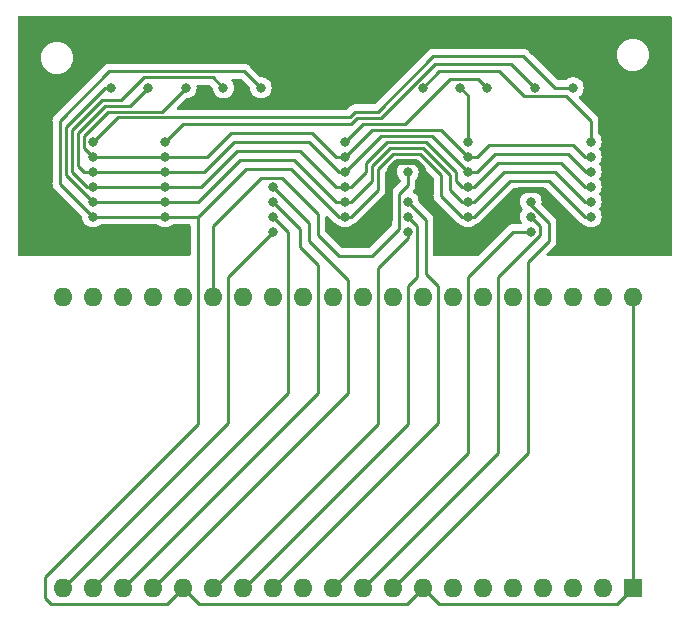
<source format=gbl>
%TF.GenerationSoftware,KiCad,Pcbnew,7.0.8*%
%TF.CreationDate,2023-11-11T14:20:26-08:00*%
%TF.ProjectId,LED Project,4c454420-5072-46f6-9a65-63742e6b6963,rev?*%
%TF.SameCoordinates,Original*%
%TF.FileFunction,Copper,L2,Bot*%
%TF.FilePolarity,Positive*%
%FSLAX46Y46*%
G04 Gerber Fmt 4.6, Leading zero omitted, Abs format (unit mm)*
G04 Created by KiCad (PCBNEW 7.0.8) date 2023-11-11 14:20:26*
%MOMM*%
%LPD*%
G01*
G04 APERTURE LIST*
%TA.AperFunction,ComponentPad*%
%ADD10R,1.600000X1.600000*%
%TD*%
%TA.AperFunction,ComponentPad*%
%ADD11O,1.600000X1.600000*%
%TD*%
%TA.AperFunction,ViaPad*%
%ADD12C,0.800000*%
%TD*%
%TA.AperFunction,Conductor*%
%ADD13C,0.250000*%
%TD*%
%TA.AperFunction,Conductor*%
%ADD14C,0.500000*%
%TD*%
G04 APERTURE END LIST*
D10*
%TO.P,U6,1,COM*%
%TO.N,PHASE*%
X201944500Y-132524500D03*
D11*
%TO.P,U6,2,N/C*%
%TO.N,unconnected-(U6-N{slash}C-Pad2)*%
X199404500Y-132524500D03*
%TO.P,U6,3,N/C*%
%TO.N,unconnected-(U6-N{slash}C-Pad3)*%
X196864500Y-132524500D03*
%TO.P,U6,4,N/C*%
%TO.N,unconnected-(U6-N{slash}C-Pad4)*%
X194324500Y-132524500D03*
%TO.P,U6,5,0E*%
%TO.N,SIG_E0*%
X191784500Y-132524500D03*
%TO.P,U6,6,0D*%
%TO.N,SIG_D0*%
X189244500Y-132524500D03*
%TO.P,U6,7,0C*%
%TO.N,SIG_C0*%
X186704500Y-132524500D03*
%TO.P,U6,8,DP1*%
%TO.N,PHASE*%
X184164500Y-132524500D03*
%TO.P,U6,9,1E*%
%TO.N,SIG_E1*%
X181624500Y-132524500D03*
%TO.P,U6,10,1D*%
%TO.N,SIG_D1*%
X179084500Y-132524500D03*
%TO.P,U6,11,1C*%
%TO.N,SIG_C1*%
X176544500Y-132524500D03*
%TO.P,U6,12,DP2*%
%TO.N,SIG_DP*%
X174004500Y-132524500D03*
%TO.P,U6,13,2E*%
%TO.N,SIG_E2*%
X171464500Y-132524500D03*
%TO.P,U6,14,2D*%
%TO.N,SIG_D2*%
X168924500Y-132524500D03*
%TO.P,U6,15,2C*%
%TO.N,SIG_C2*%
X166384500Y-132524500D03*
%TO.P,U6,16,DP3*%
%TO.N,PHASE*%
X163844500Y-132524500D03*
%TO.P,U6,17,3E*%
%TO.N,SIG_E3*%
X161304500Y-132524500D03*
%TO.P,U6,18,3D*%
%TO.N,SIG_D3*%
X158764500Y-132524500D03*
%TO.P,U6,19,3C*%
%TO.N,SIG_C3*%
X156224500Y-132524500D03*
%TO.P,U6,20,3B*%
%TO.N,SIG_B3*%
X153684500Y-132524500D03*
%TO.P,U6,21,3A*%
%TO.N,SIG_A3*%
X153684500Y-107886500D03*
%TO.P,U6,22,3F*%
%TO.N,SIG_F3*%
X156224500Y-107886500D03*
%TO.P,U6,23,3G*%
%TO.N,SIG_G3*%
X158764500Y-107886500D03*
%TO.P,U6,24,2B*%
%TO.N,SIG_B2*%
X161304500Y-107886500D03*
%TO.P,U6,25,2A*%
%TO.N,SIG_A2*%
X163844500Y-107886500D03*
%TO.P,U6,26,2F*%
%TO.N,SIG_F2*%
X166384500Y-107886500D03*
%TO.P,U6,27,2G*%
%TO.N,SIG_G2*%
X168924500Y-107886500D03*
%TO.P,U6,28,COL*%
%TO.N,SIG_COL*%
X171464500Y-107886500D03*
%TO.P,U6,29,1B*%
%TO.N,SIG_B1*%
X174004500Y-107886500D03*
%TO.P,U6,30,1A*%
%TO.N,SIG_A1*%
X176544500Y-107886500D03*
%TO.P,U6,31,1F*%
%TO.N,SIG_F1*%
X179084500Y-107886500D03*
%TO.P,U6,32,1G*%
%TO.N,SIG_G1*%
X181624500Y-107886500D03*
%TO.P,U6,33,N/C*%
%TO.N,unconnected-(U6-N{slash}C-Pad33)*%
X184164500Y-107886500D03*
%TO.P,U6,34,0B*%
%TO.N,SIG_B0*%
X186704500Y-107886500D03*
%TO.P,U6,35,0A*%
%TO.N,SIG_A0*%
X189244500Y-107886500D03*
%TO.P,U6,36,0F*%
%TO.N,SIG_F0*%
X191784500Y-107886500D03*
%TO.P,U6,37,0G*%
%TO.N,SIG_G0*%
X194324500Y-107886500D03*
%TO.P,U6,38,N/C*%
%TO.N,unconnected-(U6-N{slash}C-Pad38)*%
X196864500Y-107886500D03*
%TO.P,U6,39,N/C*%
%TO.N,unconnected-(U6-N{slash}C-Pad39)*%
X199404500Y-107886500D03*
%TO.P,U6,40,COM*%
%TO.N,PHASE*%
X201944500Y-107886500D03*
%TD*%
D12*
%TO.N,GND*%
X177546000Y-102362000D03*
X156210000Y-102362000D03*
X203708000Y-94742000D03*
X198374000Y-102362000D03*
X187960000Y-102362000D03*
X162306000Y-102362000D03*
X172974000Y-87630000D03*
X151638000Y-103632000D03*
X151638000Y-102362000D03*
X172974000Y-90678000D03*
X203708000Y-96012000D03*
X203708000Y-97282000D03*
%TO.N,PHASE*%
X177546000Y-101092000D03*
X162306000Y-101092000D03*
X198374000Y-101092000D03*
X156210000Y-101092000D03*
X170434000Y-90170000D03*
X187960000Y-101092000D03*
%TO.N,SIG_E1*%
X193294000Y-99822000D03*
%TO.N,SIG_D1*%
X193289701Y-101096299D03*
%TO.N,SIG_C1*%
X193289701Y-102357701D03*
%TO.N,SIG_E2*%
X182880000Y-99822000D03*
%TO.N,SIG_D2*%
X182880000Y-101092000D03*
%TO.N,SIG_C2*%
X182875701Y-102357701D03*
%TO.N,SIG_E3*%
X171450000Y-98552000D03*
%TO.N,SIG_D3*%
X171450000Y-99822000D03*
%TO.N,SIG_C3*%
X171450000Y-101092000D03*
%TO.N,SIG_B3*%
X171450000Y-102362000D03*
%TO.N,SIG_F2*%
X182880000Y-97282000D03*
%TO.N,DIG_SEL_0*%
X184150000Y-90170000D03*
X198374000Y-94742000D03*
%TO.N,DATA2*%
X187960000Y-96012000D03*
X177546000Y-96012000D03*
X164084000Y-90170000D03*
X198374000Y-96012000D03*
X162306000Y-96012000D03*
X156210000Y-96012000D03*
%TO.N,DATA1*%
X187960000Y-97282000D03*
X160909000Y-90170000D03*
X177546000Y-97282000D03*
X198374000Y-97282000D03*
X162306000Y-97282000D03*
X156210000Y-97282000D03*
%TO.N,DATA3*%
X162306000Y-98552000D03*
X156210000Y-98552000D03*
X167259000Y-90170000D03*
X177546000Y-98552000D03*
X198374000Y-98552000D03*
X187960000Y-98552000D03*
%TO.N,DATA0*%
X157734000Y-90170000D03*
X162306000Y-99822000D03*
X156210000Y-99822000D03*
X187960000Y-99822000D03*
X198374000Y-99822000D03*
X177546000Y-99822000D03*
%TO.N,DIG_SEL_1*%
X187325000Y-90170000D03*
X187960000Y-94742000D03*
%TO.N,DIG_SEL_2*%
X177546000Y-94742000D03*
X189611000Y-90170000D03*
%TO.N,DIG_SEL_3*%
X193675000Y-90170000D03*
X162306000Y-94742000D03*
%TO.N,MIS_SEL*%
X156210000Y-94742000D03*
X196850000Y-90170000D03*
%TD*%
D13*
%TO.N,PHASE*%
X185498000Y-133858000D02*
X184164500Y-132524500D01*
X201944500Y-132524500D02*
X200611000Y-133858000D01*
X200611000Y-133858000D02*
X185498000Y-133858000D01*
X165178000Y-133858000D02*
X163844500Y-132524500D01*
X182831000Y-133858000D02*
X165178000Y-133858000D01*
X184164500Y-132524500D02*
X182831000Y-133858000D01*
%TO.N,MIS_SEL*%
X195326000Y-90170000D02*
X196850000Y-90170000D01*
X180340000Y-92202000D02*
X185039000Y-87503000D01*
X185039000Y-87503000D02*
X192659000Y-87503000D01*
X178433604Y-92202000D02*
X180340000Y-92202000D01*
X192659000Y-87503000D02*
X195326000Y-90170000D01*
X177983604Y-92652000D02*
X178433604Y-92202000D01*
X158300000Y-92652000D02*
X177983604Y-92652000D01*
X156210000Y-94742000D02*
X158300000Y-92652000D01*
D14*
%TO.N,GND*%
X187071000Y-102362000D02*
X187960000Y-102362000D01*
X184150000Y-97028000D02*
X184150000Y-99441000D01*
X183554000Y-96432000D02*
X184150000Y-97028000D01*
X181952000Y-96432000D02*
X183554000Y-96432000D01*
X181356000Y-97028000D02*
X181952000Y-96432000D01*
X180340000Y-102362000D02*
X181356000Y-101346000D01*
X184150000Y-99441000D02*
X187071000Y-102362000D01*
X177546000Y-102362000D02*
X180340000Y-102362000D01*
X181356000Y-101346000D02*
X181356000Y-97028000D01*
D13*
%TO.N,SIG_F2*%
X166384500Y-101839500D02*
X166384500Y-107886500D01*
X170434000Y-97790000D02*
X166384500Y-101839500D01*
X172212000Y-97790000D02*
X170434000Y-97790000D01*
X182118000Y-102108000D02*
X179832000Y-104394000D01*
X175260000Y-100838000D02*
X172212000Y-97790000D01*
X182118000Y-99187000D02*
X182118000Y-102108000D01*
X179832000Y-104394000D02*
X177038000Y-104394000D01*
X177038000Y-104394000D02*
X175260000Y-102616000D01*
X182880000Y-98425000D02*
X182118000Y-99187000D01*
X175260000Y-102616000D02*
X175260000Y-100838000D01*
X182880000Y-97282000D02*
X182880000Y-98425000D01*
%TO.N,DIG_SEL_3*%
X163830000Y-93218000D02*
X162306000Y-94742000D01*
X178054000Y-93218000D02*
X163830000Y-93218000D01*
X180584695Y-92710000D02*
X178562000Y-92710000D01*
X185156695Y-88138000D02*
X180584695Y-92710000D01*
X191643000Y-88138000D02*
X185156695Y-88138000D01*
X193675000Y-90170000D02*
X191643000Y-88138000D01*
X178562000Y-92710000D02*
X178054000Y-93218000D01*
%TO.N,DIG_SEL_2*%
X179070000Y-93218000D02*
X177546000Y-94742000D01*
X182626000Y-93218000D02*
X179070000Y-93218000D01*
X186436000Y-89408000D02*
X182626000Y-93218000D01*
X188849000Y-89408000D02*
X186436000Y-89408000D01*
X189611000Y-90170000D02*
X188849000Y-89408000D01*
%TO.N,PHASE*%
X157607000Y-88773000D02*
X169037000Y-88773000D01*
X153416000Y-92964000D02*
X157607000Y-88773000D01*
X153416000Y-98298000D02*
X153416000Y-92964000D01*
X169037000Y-88773000D02*
X170434000Y-90170000D01*
X156210000Y-101092000D02*
X153416000Y-98298000D01*
%TO.N,DATA0*%
X157226000Y-90170000D02*
X157734000Y-90170000D01*
X153924000Y-93472000D02*
X157226000Y-90170000D01*
X153924000Y-97536000D02*
X153924000Y-93472000D01*
X156210000Y-99822000D02*
X153924000Y-97536000D01*
%TO.N,DATA3*%
X155702000Y-98552000D02*
X156210000Y-98552000D01*
X154432000Y-93726000D02*
X154432000Y-97282000D01*
X156972000Y-91186000D02*
X154432000Y-93726000D01*
X158623000Y-91186000D02*
X156972000Y-91186000D01*
X154432000Y-97282000D02*
X155702000Y-98552000D01*
X166370000Y-89281000D02*
X160528000Y-89281000D01*
X167259000Y-90170000D02*
X166370000Y-89281000D01*
X160528000Y-89281000D02*
X158623000Y-91186000D01*
%TO.N,DATA1*%
X155448000Y-97282000D02*
X156210000Y-97282000D01*
X154940000Y-93980000D02*
X154940000Y-96774000D01*
X157226000Y-91694000D02*
X154940000Y-93980000D01*
X160909000Y-90170000D02*
X159385000Y-91694000D01*
X159385000Y-91694000D02*
X157226000Y-91694000D01*
X154940000Y-96774000D02*
X155448000Y-97282000D01*
%TO.N,DATA2*%
X162052000Y-92202000D02*
X164084000Y-90170000D01*
X157480000Y-92202000D02*
X162052000Y-92202000D01*
X155448000Y-94234000D02*
X157480000Y-92202000D01*
X155448000Y-95250000D02*
X155448000Y-94234000D01*
X156210000Y-96012000D02*
X155448000Y-95250000D01*
X165862000Y-96012000D02*
X162306000Y-96012000D01*
X167894000Y-93980000D02*
X165862000Y-96012000D01*
X176784000Y-96012000D02*
X174752000Y-93980000D01*
X177546000Y-96012000D02*
X176784000Y-96012000D01*
X174752000Y-93980000D02*
X167894000Y-93980000D01*
%TO.N,DATA1*%
X174498000Y-94742000D02*
X177038000Y-97282000D01*
X168148000Y-94742000D02*
X174498000Y-94742000D01*
X177038000Y-97282000D02*
X177546000Y-97282000D01*
X165608000Y-97282000D02*
X168148000Y-94742000D01*
X162306000Y-97282000D02*
X165608000Y-97282000D01*
%TO.N,DATA3*%
X173736000Y-95504000D02*
X176784000Y-98552000D01*
X165354000Y-98552000D02*
X168402000Y-95504000D01*
X176784000Y-98552000D02*
X177546000Y-98552000D01*
X162306000Y-98552000D02*
X165354000Y-98552000D01*
X168402000Y-95504000D02*
X173736000Y-95504000D01*
%TO.N,DATA0*%
X165100000Y-99822000D02*
X162306000Y-99822000D01*
X168656000Y-96266000D02*
X165100000Y-99822000D01*
X176784000Y-99822000D02*
X173228000Y-96266000D01*
X173228000Y-96266000D02*
X168656000Y-96266000D01*
X177546000Y-99822000D02*
X176784000Y-99822000D01*
%TO.N,PHASE*%
X177038000Y-101092000D02*
X177546000Y-101092000D01*
X169164000Y-97028000D02*
X172974000Y-97028000D01*
X172974000Y-97028000D02*
X177038000Y-101092000D01*
X165100000Y-101092000D02*
X169164000Y-97028000D01*
%TO.N,SIG_D3*%
X173736000Y-102108000D02*
X171450000Y-99822000D01*
X175260000Y-105156000D02*
X173736000Y-103632000D01*
X173736000Y-103632000D02*
X173736000Y-102108000D01*
X175260000Y-116029000D02*
X175260000Y-105156000D01*
X158764500Y-132524500D02*
X175260000Y-116029000D01*
%TO.N,SIG_E3*%
X177800000Y-106426000D02*
X174498000Y-103124000D01*
X174498000Y-103124000D02*
X174498000Y-101600000D01*
X177800000Y-116029000D02*
X177800000Y-106426000D01*
X174498000Y-101600000D02*
X171450000Y-98552000D01*
X161304500Y-132524500D02*
X177800000Y-116029000D01*
%TO.N,DATA2*%
X179832000Y-93726000D02*
X177546000Y-96012000D01*
X185674000Y-93726000D02*
X179832000Y-93726000D01*
X187960000Y-96012000D02*
X185674000Y-93726000D01*
%TO.N,DATA1*%
X184912000Y-94234000D02*
X187960000Y-97282000D01*
X180594000Y-94234000D02*
X184912000Y-94234000D01*
X177546000Y-97282000D02*
X180594000Y-94234000D01*
%TO.N,DATA3*%
X187452000Y-98552000D02*
X187960000Y-98552000D01*
X186944000Y-97282000D02*
X186944000Y-98044000D01*
X184404000Y-94742000D02*
X186944000Y-97282000D01*
X179324000Y-97282000D02*
X179324000Y-96520000D01*
X179324000Y-96520000D02*
X181102000Y-94742000D01*
X178054000Y-98552000D02*
X179324000Y-97282000D01*
X181102000Y-94742000D02*
X184404000Y-94742000D01*
X186944000Y-98044000D02*
X187452000Y-98552000D01*
X177546000Y-98552000D02*
X178054000Y-98552000D01*
%TO.N,DATA0*%
X178054000Y-99822000D02*
X177546000Y-99822000D01*
X184150000Y-95250000D02*
X181356000Y-95250000D01*
X181356000Y-95250000D02*
X179832000Y-96774000D01*
X179832000Y-96774000D02*
X179832000Y-98044000D01*
X186436000Y-97536000D02*
X184150000Y-95250000D01*
X179832000Y-98044000D02*
X178054000Y-99822000D01*
X186436000Y-98806000D02*
X186436000Y-97536000D01*
X187452000Y-99822000D02*
X186436000Y-98806000D01*
X187960000Y-99822000D02*
X187452000Y-99822000D01*
%TO.N,PHASE*%
X187452000Y-101092000D02*
X187960000Y-101092000D01*
X185674000Y-99314000D02*
X187452000Y-101092000D01*
X181610000Y-95758000D02*
X183896000Y-95758000D01*
X183896000Y-95758000D02*
X185674000Y-97536000D01*
X180340000Y-97028000D02*
X181610000Y-95758000D01*
X180340000Y-98806000D02*
X180340000Y-97028000D01*
X178054000Y-101092000D02*
X180340000Y-98806000D01*
X177546000Y-101092000D02*
X178054000Y-101092000D01*
X185674000Y-97536000D02*
X185674000Y-99314000D01*
X201944500Y-107886500D02*
X201944500Y-132524500D01*
X162511000Y-133858000D02*
X163844500Y-132524500D01*
X152654000Y-133858000D02*
X162511000Y-133858000D01*
X152146000Y-133350000D02*
X152654000Y-133858000D01*
X152146000Y-131572000D02*
X152146000Y-133350000D01*
X165100000Y-118618000D02*
X152146000Y-131572000D01*
X165100000Y-101092000D02*
X165100000Y-118618000D01*
D14*
%TO.N,GND*%
X188722000Y-102362000D02*
X192278000Y-98806000D01*
X194310000Y-98806000D02*
X197866000Y-102362000D01*
X192278000Y-98806000D02*
X194310000Y-98806000D01*
X187960000Y-102362000D02*
X188722000Y-102362000D01*
X197866000Y-102362000D02*
X198374000Y-102362000D01*
D13*
%TO.N,PHASE*%
X188468000Y-101092000D02*
X191516000Y-98044000D01*
X162306000Y-101092000D02*
X165100000Y-101092000D01*
X191516000Y-98044000D02*
X194818000Y-98044000D01*
X197866000Y-101092000D02*
X198374000Y-101092000D01*
X187960000Y-101092000D02*
X188468000Y-101092000D01*
X194818000Y-98044000D02*
X197866000Y-101092000D01*
X156210000Y-101092000D02*
X162306000Y-101092000D01*
%TO.N,SIG_E1*%
X193040000Y-121109000D02*
X181624500Y-132524500D01*
X194818000Y-101600000D02*
X194818000Y-103124000D01*
X194818000Y-103124000D02*
X193040000Y-104902000D01*
X193040000Y-99822000D02*
X194818000Y-101600000D01*
X193040000Y-104902000D02*
X193040000Y-121109000D01*
%TO.N,SIG_D1*%
X194056000Y-101862598D02*
X194056000Y-102616000D01*
X190500000Y-121109000D02*
X179084500Y-132524500D01*
X194056000Y-102616000D02*
X190500000Y-106172000D01*
X193289701Y-101096299D02*
X194056000Y-101862598D01*
X190500000Y-106172000D02*
X190500000Y-121109000D01*
%TO.N,SIG_C1*%
X187960000Y-121109000D02*
X176544500Y-132524500D01*
X191774299Y-102357701D02*
X187960000Y-106172000D01*
X193289701Y-102357701D02*
X191774299Y-102357701D01*
X187960000Y-106172000D02*
X187960000Y-121109000D01*
%TO.N,SIG_E2*%
X184404000Y-101346000D02*
X184404000Y-105918000D01*
X185420000Y-106934000D02*
X185420000Y-118569000D01*
X184404000Y-105918000D02*
X185420000Y-106934000D01*
X185420000Y-118569000D02*
X171464500Y-132524500D01*
X182880000Y-99822000D02*
X184404000Y-101346000D01*
%TO.N,SIG_D2*%
X183642000Y-106172000D02*
X182880000Y-106934000D01*
X168924500Y-132573500D02*
X168924500Y-132524500D01*
X182880000Y-106934000D02*
X182880000Y-118618000D01*
X182880000Y-101092000D02*
X183642000Y-101854000D01*
X183642000Y-101854000D02*
X183642000Y-106172000D01*
X182880000Y-118618000D02*
X168924500Y-132573500D01*
%TO.N,SIG_C2*%
X182875701Y-102357701D02*
X182875701Y-102874299D01*
X180340000Y-105410000D02*
X180340000Y-118618000D01*
X182875701Y-102874299D02*
X180340000Y-105410000D01*
X166433500Y-132524500D02*
X166384500Y-132524500D01*
X180340000Y-118618000D02*
X166433500Y-132524500D01*
%TO.N,SIG_C3*%
X172720000Y-102362000D02*
X171450000Y-101092000D01*
X172720000Y-116029000D02*
X172720000Y-102362000D01*
X156224500Y-132524500D02*
X172720000Y-116029000D01*
%TO.N,SIG_B3*%
X171450000Y-102362000D02*
X167640000Y-106172000D01*
X167640000Y-106172000D02*
X167640000Y-118569000D01*
X167640000Y-118569000D02*
X153684500Y-132524500D01*
%TO.N,DIG_SEL_0*%
X185547000Y-88773000D02*
X190627000Y-88773000D01*
X196305000Y-90895000D02*
X198374000Y-92964000D01*
X192749000Y-90895000D02*
X196305000Y-90895000D01*
X184150000Y-90170000D02*
X185547000Y-88773000D01*
X198374000Y-92964000D02*
X198374000Y-94742000D01*
X190627000Y-88773000D02*
X192749000Y-90895000D01*
%TO.N,DATA2*%
X162306000Y-96012000D02*
X156210000Y-96012000D01*
X188722000Y-96012000D02*
X187960000Y-96012000D01*
X197866000Y-96012000D02*
X196850000Y-94996000D01*
X196850000Y-94996000D02*
X189738000Y-94996000D01*
X189738000Y-94996000D02*
X188722000Y-96012000D01*
X198374000Y-96012000D02*
X197866000Y-96012000D01*
%TO.N,DATA1*%
X187960000Y-97282000D02*
X188722000Y-97282000D01*
X188722000Y-97282000D02*
X190246000Y-95758000D01*
X197935000Y-97282000D02*
X198374000Y-97282000D01*
X196411000Y-95758000D02*
X197935000Y-97282000D01*
X156210000Y-97282000D02*
X162306000Y-97282000D01*
X190246000Y-95758000D02*
X196411000Y-95758000D01*
%TO.N,DATA3*%
X188468000Y-98552000D02*
X190500000Y-96520000D01*
X156210000Y-98552000D02*
X162306000Y-98552000D01*
X195834000Y-96520000D02*
X197866000Y-98552000D01*
X190500000Y-96520000D02*
X195834000Y-96520000D01*
X197866000Y-98552000D02*
X198374000Y-98552000D01*
X187960000Y-98552000D02*
X188468000Y-98552000D01*
%TO.N,DATA0*%
X191008000Y-97282000D02*
X188468000Y-99822000D01*
X198374000Y-99822000D02*
X197866000Y-99822000D01*
X195326000Y-97282000D02*
X191008000Y-97282000D01*
X197866000Y-99822000D02*
X195326000Y-97282000D01*
X162306000Y-99822000D02*
X156210000Y-99822000D01*
X188468000Y-99822000D02*
X187960000Y-99822000D01*
%TO.N,DIG_SEL_1*%
X187960000Y-90805000D02*
X187325000Y-90170000D01*
X187960000Y-94742000D02*
X187960000Y-90805000D01*
%TD*%
%TA.AperFunction,Conductor*%
%TO.N,GND*%
G36*
X205174539Y-84094185D02*
G01*
X205220294Y-84146989D01*
X205231500Y-84198500D01*
X205231500Y-104270000D01*
X205211815Y-104337039D01*
X205159011Y-104382794D01*
X205107500Y-104394000D01*
X195072000Y-104394000D01*
X194731952Y-104394000D01*
X194664913Y-104374315D01*
X194619158Y-104321511D01*
X194609214Y-104252353D01*
X194638239Y-104188797D01*
X194644271Y-104182319D01*
X195060923Y-103765666D01*
X195201786Y-103624802D01*
X195214048Y-103614980D01*
X195213865Y-103614759D01*
X195219867Y-103609792D01*
X195219877Y-103609786D01*
X195267241Y-103559348D01*
X195288120Y-103538470D01*
X195292373Y-103532986D01*
X195296150Y-103528563D01*
X195328062Y-103494582D01*
X195337714Y-103477023D01*
X195348389Y-103460772D01*
X195360674Y-103444936D01*
X195379186Y-103402152D01*
X195381742Y-103396935D01*
X195404197Y-103356092D01*
X195409180Y-103336680D01*
X195415477Y-103318291D01*
X195423438Y-103299895D01*
X195430729Y-103253853D01*
X195431908Y-103248162D01*
X195443500Y-103203019D01*
X195443500Y-103182983D01*
X195445027Y-103163582D01*
X195448160Y-103143804D01*
X195443775Y-103097415D01*
X195443500Y-103091577D01*
X195443500Y-101682742D01*
X195445224Y-101667122D01*
X195444939Y-101667095D01*
X195445673Y-101659333D01*
X195444325Y-101616414D01*
X195443500Y-101590170D01*
X195443500Y-101560650D01*
X195442631Y-101553779D01*
X195442173Y-101547952D01*
X195441962Y-101541226D01*
X195440710Y-101501373D01*
X195435119Y-101482130D01*
X195431173Y-101463078D01*
X195428664Y-101443208D01*
X195411504Y-101399867D01*
X195409624Y-101394379D01*
X195396618Y-101349610D01*
X195395889Y-101348378D01*
X195386423Y-101332371D01*
X195377861Y-101314894D01*
X195370487Y-101296270D01*
X195368798Y-101293945D01*
X195343079Y-101258545D01*
X195339888Y-101253686D01*
X195336155Y-101247374D01*
X195323975Y-101226777D01*
X195316172Y-101213583D01*
X195316165Y-101213574D01*
X195302006Y-101199415D01*
X195289368Y-101184619D01*
X195277594Y-101168413D01*
X195250352Y-101145877D01*
X195241688Y-101138709D01*
X195237376Y-101134786D01*
X194215139Y-100112548D01*
X194181654Y-100051225D01*
X194179499Y-100011905D01*
X194179671Y-100010263D01*
X194179674Y-100010256D01*
X194199460Y-99822000D01*
X194179674Y-99633744D01*
X194121179Y-99453716D01*
X194026533Y-99289784D01*
X193899871Y-99149112D01*
X193899870Y-99149111D01*
X193746734Y-99037851D01*
X193746729Y-99037848D01*
X193573807Y-98960857D01*
X193573802Y-98960855D01*
X193428001Y-98929865D01*
X193388646Y-98921500D01*
X193199354Y-98921500D01*
X193166897Y-98928398D01*
X193014197Y-98960855D01*
X193014192Y-98960857D01*
X192841270Y-99037848D01*
X192841265Y-99037851D01*
X192688129Y-99149111D01*
X192561466Y-99289785D01*
X192466821Y-99453715D01*
X192466818Y-99453722D01*
X192408327Y-99633740D01*
X192408326Y-99633744D01*
X192388540Y-99822000D01*
X192408326Y-100010256D01*
X192408327Y-100010259D01*
X192466818Y-100190277D01*
X192466821Y-100190284D01*
X192561467Y-100354216D01*
X192572832Y-100366838D01*
X192579092Y-100373791D01*
X192609321Y-100436783D01*
X192600695Y-100506118D01*
X192579093Y-100539732D01*
X192557167Y-100564084D01*
X192462522Y-100728014D01*
X192462519Y-100728021D01*
X192412885Y-100880780D01*
X192404027Y-100908043D01*
X192384241Y-101096299D01*
X192404027Y-101284555D01*
X192404028Y-101284558D01*
X192462519Y-101464576D01*
X192462522Y-101464583D01*
X192509644Y-101546201D01*
X192526117Y-101614102D01*
X192503264Y-101680128D01*
X192448343Y-101723319D01*
X192402257Y-101732201D01*
X191857036Y-101732201D01*
X191841419Y-101730477D01*
X191841392Y-101730763D01*
X191833630Y-101730028D01*
X191764502Y-101732201D01*
X191734949Y-101732201D01*
X191734228Y-101732291D01*
X191728056Y-101733070D01*
X191722244Y-101733527D01*
X191675671Y-101734991D01*
X191675668Y-101734992D01*
X191656425Y-101740582D01*
X191637382Y-101744526D01*
X191617503Y-101747037D01*
X191617502Y-101747038D01*
X191574177Y-101764191D01*
X191568651Y-101766083D01*
X191523907Y-101779084D01*
X191523903Y-101779086D01*
X191506664Y-101789281D01*
X191489197Y-101797838D01*
X191470568Y-101805213D01*
X191470566Y-101805214D01*
X191432863Y-101832607D01*
X191427981Y-101835813D01*
X191387879Y-101859529D01*
X191373707Y-101873701D01*
X191358922Y-101886329D01*
X191342711Y-101898108D01*
X191313008Y-101934011D01*
X191309075Y-101938332D01*
X189404267Y-103843142D01*
X188889728Y-104357681D01*
X188828405Y-104391166D01*
X188802047Y-104394000D01*
X185153500Y-104394000D01*
X185086461Y-104374315D01*
X185040706Y-104321511D01*
X185029500Y-104270000D01*
X185029500Y-101428737D01*
X185031224Y-101413123D01*
X185030938Y-101413096D01*
X185031672Y-101405333D01*
X185029500Y-101336202D01*
X185029500Y-101306651D01*
X185029500Y-101306650D01*
X185028629Y-101299759D01*
X185028172Y-101293945D01*
X185026709Y-101247374D01*
X185026709Y-101247372D01*
X185021120Y-101228137D01*
X185017174Y-101209084D01*
X185014664Y-101189208D01*
X184997501Y-101145859D01*
X184995614Y-101140346D01*
X184995138Y-101138709D01*
X184982617Y-101095610D01*
X184972421Y-101078369D01*
X184963860Y-101060893D01*
X184956486Y-101042269D01*
X184956486Y-101042267D01*
X184946474Y-101028488D01*
X184929083Y-101004550D01*
X184925900Y-100999705D01*
X184902170Y-100959579D01*
X184902165Y-100959573D01*
X184888005Y-100945413D01*
X184875370Y-100930620D01*
X184863593Y-100914412D01*
X184827693Y-100884713D01*
X184823381Y-100880790D01*
X183818960Y-99876369D01*
X183785475Y-99815046D01*
X183783323Y-99801668D01*
X183765674Y-99633744D01*
X183707179Y-99453716D01*
X183612533Y-99289784D01*
X183485871Y-99149112D01*
X183485870Y-99149111D01*
X183345362Y-99047026D01*
X183302696Y-98991696D01*
X183296717Y-98922083D01*
X183328143Y-98861519D01*
X183329390Y-98860200D01*
X183350116Y-98839474D01*
X183350116Y-98839473D01*
X183350120Y-98839470D01*
X183354373Y-98833986D01*
X183358150Y-98829563D01*
X183390062Y-98795582D01*
X183399714Y-98778023D01*
X183410389Y-98761772D01*
X183422674Y-98745936D01*
X183441186Y-98703152D01*
X183443742Y-98697935D01*
X183466197Y-98657092D01*
X183471180Y-98637680D01*
X183477477Y-98619291D01*
X183485438Y-98600895D01*
X183492729Y-98554853D01*
X183493908Y-98549162D01*
X183505500Y-98504019D01*
X183505500Y-98483983D01*
X183507027Y-98464582D01*
X183510160Y-98444804D01*
X183505775Y-98398415D01*
X183505500Y-98392577D01*
X183505500Y-97980687D01*
X183525185Y-97913648D01*
X183537350Y-97897715D01*
X183564424Y-97867646D01*
X183612533Y-97814216D01*
X183707179Y-97650284D01*
X183765674Y-97470256D01*
X183785460Y-97282000D01*
X183765674Y-97093744D01*
X183707179Y-96913716D01*
X183612533Y-96749784D01*
X183485871Y-96609112D01*
X183484090Y-96607818D01*
X183483309Y-96606805D01*
X183481042Y-96604764D01*
X183481415Y-96604349D01*
X183441424Y-96552490D01*
X183435444Y-96482876D01*
X183468050Y-96421081D01*
X183528888Y-96386723D01*
X183556975Y-96383500D01*
X183585548Y-96383500D01*
X183652587Y-96403185D01*
X183673229Y-96419819D01*
X185012181Y-97758771D01*
X185045666Y-97820094D01*
X185048500Y-97846452D01*
X185048500Y-99231255D01*
X185046775Y-99246872D01*
X185047061Y-99246899D01*
X185046326Y-99254665D01*
X185048500Y-99323814D01*
X185048500Y-99353343D01*
X185048501Y-99353360D01*
X185049368Y-99360231D01*
X185049826Y-99366050D01*
X185051290Y-99412624D01*
X185051291Y-99412627D01*
X185056880Y-99431867D01*
X185060824Y-99450911D01*
X185061179Y-99453715D01*
X185063336Y-99470791D01*
X185080490Y-99514119D01*
X185082382Y-99519647D01*
X185095381Y-99564388D01*
X185105580Y-99581634D01*
X185114138Y-99599103D01*
X185121514Y-99617732D01*
X185148898Y-99655423D01*
X185152106Y-99660307D01*
X185175827Y-99700416D01*
X185175833Y-99700424D01*
X185189990Y-99714580D01*
X185202628Y-99729376D01*
X185214405Y-99745586D01*
X185214406Y-99745587D01*
X185250309Y-99775288D01*
X185254620Y-99779210D01*
X186199125Y-100723715D01*
X186951194Y-101475784D01*
X186961019Y-101488048D01*
X186961240Y-101487866D01*
X186966210Y-101493873D01*
X186966213Y-101493876D01*
X186966214Y-101493877D01*
X187016651Y-101541241D01*
X187037530Y-101562120D01*
X187043001Y-101566364D01*
X187047442Y-101570156D01*
X187081418Y-101602062D01*
X187081422Y-101602064D01*
X187098973Y-101611713D01*
X187115231Y-101622392D01*
X187131064Y-101634674D01*
X187152686Y-101644030D01*
X187173837Y-101653183D01*
X187179081Y-101655752D01*
X187219908Y-101678197D01*
X187239312Y-101683179D01*
X187257706Y-101689476D01*
X187276105Y-101697438D01*
X187276106Y-101697438D01*
X187279621Y-101698959D01*
X187322524Y-101729788D01*
X187354128Y-101764887D01*
X187354135Y-101764893D01*
X187507265Y-101876148D01*
X187507270Y-101876151D01*
X187680192Y-101953142D01*
X187680197Y-101953144D01*
X187865354Y-101992500D01*
X187865355Y-101992500D01*
X188054644Y-101992500D01*
X188054646Y-101992500D01*
X188239803Y-101953144D01*
X188412730Y-101876151D01*
X188565871Y-101764888D01*
X188600832Y-101726058D01*
X188647336Y-101693738D01*
X188668117Y-101685510D01*
X188673647Y-101683617D01*
X188688581Y-101679278D01*
X188718390Y-101670618D01*
X188735629Y-101660422D01*
X188753103Y-101651862D01*
X188771727Y-101644488D01*
X188771727Y-101644487D01*
X188771732Y-101644486D01*
X188809449Y-101617082D01*
X188814305Y-101613892D01*
X188854420Y-101590170D01*
X188868589Y-101575999D01*
X188883379Y-101563368D01*
X188899587Y-101551594D01*
X188929299Y-101515676D01*
X188933212Y-101511376D01*
X191738772Y-98705819D01*
X191800095Y-98672334D01*
X191826453Y-98669500D01*
X194507548Y-98669500D01*
X194574587Y-98689185D01*
X194595229Y-98705819D01*
X197365197Y-101475788D01*
X197375022Y-101488051D01*
X197375243Y-101487869D01*
X197380214Y-101493878D01*
X197401043Y-101513437D01*
X197430635Y-101541226D01*
X197451529Y-101562120D01*
X197457011Y-101566373D01*
X197461443Y-101570157D01*
X197495418Y-101602062D01*
X197512974Y-101611713D01*
X197529233Y-101622393D01*
X197545064Y-101634673D01*
X197564737Y-101643186D01*
X197587833Y-101653182D01*
X197593077Y-101655750D01*
X197633908Y-101678197D01*
X197646523Y-101681435D01*
X197653305Y-101683177D01*
X197671712Y-101689478D01*
X197690104Y-101697438D01*
X197690107Y-101697438D01*
X197693623Y-101698960D01*
X197736524Y-101729788D01*
X197768128Y-101764887D01*
X197768135Y-101764893D01*
X197921265Y-101876148D01*
X197921270Y-101876151D01*
X198094192Y-101953142D01*
X198094197Y-101953144D01*
X198279354Y-101992500D01*
X198279355Y-101992500D01*
X198468644Y-101992500D01*
X198468646Y-101992500D01*
X198653803Y-101953144D01*
X198826730Y-101876151D01*
X198979871Y-101764888D01*
X199106533Y-101624216D01*
X199201179Y-101460284D01*
X199259674Y-101280256D01*
X199279460Y-101092000D01*
X199259674Y-100903744D01*
X199201179Y-100723716D01*
X199106533Y-100559784D01*
X199088693Y-100539971D01*
X199058464Y-100476981D01*
X199067089Y-100407646D01*
X199088694Y-100374028D01*
X199088907Y-100373791D01*
X199106533Y-100354216D01*
X199201179Y-100190284D01*
X199259674Y-100010256D01*
X199279460Y-99822000D01*
X199259674Y-99633744D01*
X199201179Y-99453716D01*
X199106533Y-99289784D01*
X199088693Y-99269971D01*
X199058464Y-99206981D01*
X199067089Y-99137646D01*
X199088694Y-99104028D01*
X199106533Y-99084216D01*
X199201179Y-98920284D01*
X199259674Y-98740256D01*
X199279460Y-98552000D01*
X199259674Y-98363744D01*
X199201179Y-98183716D01*
X199106533Y-98019784D01*
X199088693Y-97999971D01*
X199058464Y-97936981D01*
X199067089Y-97867646D01*
X199088694Y-97834028D01*
X199106533Y-97814216D01*
X199201179Y-97650284D01*
X199259674Y-97470256D01*
X199279460Y-97282000D01*
X199259674Y-97093744D01*
X199201179Y-96913716D01*
X199106533Y-96749784D01*
X199088693Y-96729971D01*
X199058464Y-96666981D01*
X199067089Y-96597646D01*
X199088694Y-96564028D01*
X199106533Y-96544216D01*
X199201179Y-96380284D01*
X199259674Y-96200256D01*
X199279460Y-96012000D01*
X199259674Y-95823744D01*
X199201179Y-95643716D01*
X199106533Y-95479784D01*
X199088693Y-95459971D01*
X199058464Y-95396981D01*
X199067089Y-95327646D01*
X199088694Y-95294028D01*
X199106533Y-95274216D01*
X199201179Y-95110284D01*
X199259674Y-94930256D01*
X199279460Y-94742000D01*
X199259674Y-94553744D01*
X199201179Y-94373716D01*
X199106533Y-94209784D01*
X199031350Y-94126284D01*
X199001120Y-94063292D01*
X198999500Y-94043312D01*
X198999500Y-93046742D01*
X199001224Y-93031122D01*
X199000939Y-93031096D01*
X199001671Y-93023340D01*
X199001673Y-93023333D01*
X198999500Y-92954185D01*
X198999500Y-92924650D01*
X198998631Y-92917772D01*
X198998172Y-92911943D01*
X198996709Y-92865372D01*
X198991122Y-92846144D01*
X198987174Y-92827084D01*
X198984663Y-92807204D01*
X198967512Y-92763887D01*
X198965619Y-92758358D01*
X198952618Y-92713609D01*
X198952616Y-92713606D01*
X198942423Y-92696371D01*
X198933861Y-92678894D01*
X198926487Y-92660270D01*
X198926486Y-92660268D01*
X198899079Y-92622545D01*
X198895888Y-92617686D01*
X198881536Y-92593418D01*
X198872170Y-92577580D01*
X198872168Y-92577578D01*
X198872165Y-92577574D01*
X198858006Y-92563415D01*
X198845368Y-92548619D01*
X198833594Y-92532413D01*
X198829028Y-92528636D01*
X198797688Y-92502709D01*
X198793376Y-92498786D01*
X197374121Y-91079531D01*
X197340636Y-91018208D01*
X197345620Y-90948516D01*
X197387492Y-90892583D01*
X197388828Y-90891597D01*
X197455871Y-90842888D01*
X197582533Y-90702216D01*
X197677179Y-90538284D01*
X197735674Y-90358256D01*
X197755460Y-90170000D01*
X197735674Y-89981744D01*
X197677179Y-89801716D01*
X197582533Y-89637784D01*
X197455871Y-89497112D01*
X197455870Y-89497111D01*
X197302734Y-89385851D01*
X197302729Y-89385848D01*
X197129807Y-89308857D01*
X197129802Y-89308855D01*
X196984001Y-89277865D01*
X196944646Y-89269500D01*
X196755354Y-89269500D01*
X196722897Y-89276398D01*
X196570197Y-89308855D01*
X196570192Y-89308857D01*
X196397270Y-89385848D01*
X196397265Y-89385851D01*
X196244130Y-89497110D01*
X196244126Y-89497114D01*
X196238400Y-89503474D01*
X196178913Y-89540121D01*
X196146252Y-89544500D01*
X195636452Y-89544500D01*
X195569413Y-89524815D01*
X195548771Y-89508181D01*
X194364363Y-88323773D01*
X193416591Y-87376000D01*
X200574341Y-87376000D01*
X200594936Y-87611403D01*
X200594938Y-87611413D01*
X200656094Y-87839655D01*
X200656096Y-87839659D01*
X200656097Y-87839663D01*
X200668105Y-87865413D01*
X200755964Y-88053828D01*
X200755965Y-88053830D01*
X200891505Y-88247402D01*
X201058597Y-88414494D01*
X201252169Y-88550034D01*
X201252171Y-88550035D01*
X201466337Y-88649903D01*
X201694592Y-88711063D01*
X201871034Y-88726500D01*
X201988966Y-88726500D01*
X202165408Y-88711063D01*
X202393663Y-88649903D01*
X202607829Y-88550035D01*
X202801401Y-88414495D01*
X202968495Y-88247401D01*
X203104035Y-88053830D01*
X203203903Y-87839663D01*
X203265063Y-87611408D01*
X203285659Y-87376000D01*
X203265063Y-87140592D01*
X203211802Y-86941818D01*
X203203905Y-86912344D01*
X203203904Y-86912343D01*
X203203903Y-86912337D01*
X203104035Y-86698171D01*
X203104034Y-86698169D01*
X202968494Y-86504597D01*
X202801402Y-86337505D01*
X202607830Y-86201965D01*
X202607828Y-86201964D01*
X202500746Y-86152031D01*
X202393663Y-86102097D01*
X202393659Y-86102096D01*
X202393655Y-86102094D01*
X202165413Y-86040938D01*
X202165403Y-86040936D01*
X201988966Y-86025500D01*
X201871034Y-86025500D01*
X201694596Y-86040936D01*
X201694586Y-86040938D01*
X201466344Y-86102094D01*
X201466335Y-86102098D01*
X201252171Y-86201964D01*
X201252169Y-86201965D01*
X201058597Y-86337505D01*
X200891506Y-86504597D01*
X200891501Y-86504604D01*
X200755967Y-86698165D01*
X200755965Y-86698169D01*
X200656098Y-86912335D01*
X200656094Y-86912344D01*
X200594938Y-87140586D01*
X200594936Y-87140596D01*
X200574341Y-87375999D01*
X200574341Y-87376000D01*
X193416591Y-87376000D01*
X193159803Y-87119212D01*
X193149980Y-87106950D01*
X193149759Y-87107134D01*
X193144786Y-87101123D01*
X193126159Y-87083631D01*
X193094364Y-87053773D01*
X193083919Y-87043328D01*
X193073475Y-87032883D01*
X193067986Y-87028625D01*
X193063561Y-87024847D01*
X193029582Y-86992938D01*
X193029580Y-86992936D01*
X193029577Y-86992935D01*
X193012029Y-86983288D01*
X192995763Y-86972604D01*
X192979933Y-86960325D01*
X192937168Y-86941818D01*
X192931922Y-86939248D01*
X192891093Y-86916803D01*
X192891092Y-86916802D01*
X192871693Y-86911822D01*
X192853281Y-86905518D01*
X192834898Y-86897562D01*
X192834892Y-86897560D01*
X192788874Y-86890272D01*
X192783152Y-86889087D01*
X192738021Y-86877500D01*
X192738019Y-86877500D01*
X192717984Y-86877500D01*
X192698586Y-86875973D01*
X192691162Y-86874797D01*
X192678805Y-86872840D01*
X192678804Y-86872840D01*
X192632416Y-86877225D01*
X192626578Y-86877500D01*
X185121743Y-86877500D01*
X185106122Y-86875775D01*
X185106095Y-86876061D01*
X185098333Y-86875326D01*
X185029172Y-86877500D01*
X184999649Y-86877500D01*
X184992778Y-86878367D01*
X184986959Y-86878825D01*
X184940374Y-86880289D01*
X184940368Y-86880290D01*
X184921126Y-86885880D01*
X184902087Y-86889823D01*
X184882217Y-86892334D01*
X184882203Y-86892337D01*
X184838883Y-86909488D01*
X184833358Y-86911380D01*
X184788613Y-86924380D01*
X184788610Y-86924381D01*
X184771366Y-86934579D01*
X184753905Y-86943133D01*
X184735274Y-86950510D01*
X184735262Y-86950517D01*
X184697570Y-86977902D01*
X184692687Y-86981109D01*
X184652580Y-87004829D01*
X184638414Y-87018995D01*
X184623624Y-87031627D01*
X184607414Y-87043404D01*
X184607411Y-87043407D01*
X184577710Y-87079309D01*
X184573777Y-87083631D01*
X180117228Y-91540181D01*
X180055905Y-91573666D01*
X180029547Y-91576500D01*
X178516342Y-91576500D01*
X178500725Y-91574776D01*
X178500698Y-91575062D01*
X178492936Y-91574327D01*
X178423808Y-91576500D01*
X178394254Y-91576500D01*
X178393533Y-91576590D01*
X178387361Y-91577369D01*
X178381549Y-91577826D01*
X178334977Y-91579290D01*
X178334976Y-91579290D01*
X178315733Y-91584881D01*
X178296683Y-91588825D01*
X178276815Y-91591334D01*
X178233488Y-91608488D01*
X178227962Y-91610379D01*
X178183218Y-91623379D01*
X178183214Y-91623381D01*
X178165970Y-91633579D01*
X178148509Y-91642133D01*
X178129878Y-91649510D01*
X178129866Y-91649517D01*
X178092174Y-91676902D01*
X178087291Y-91680109D01*
X178047184Y-91703829D01*
X178033018Y-91717995D01*
X178018228Y-91730627D01*
X178002018Y-91742404D01*
X178002015Y-91742407D01*
X177972314Y-91778309D01*
X177968381Y-91782631D01*
X177760832Y-91990181D01*
X177699509Y-92023666D01*
X177673151Y-92026500D01*
X163411452Y-92026500D01*
X163344413Y-92006815D01*
X163298658Y-91954011D01*
X163288714Y-91884853D01*
X163317739Y-91821297D01*
X163323771Y-91814819D01*
X163598406Y-91540185D01*
X164031772Y-91106819D01*
X164093095Y-91073334D01*
X164119453Y-91070500D01*
X164178644Y-91070500D01*
X164178646Y-91070500D01*
X164363803Y-91031144D01*
X164536730Y-90954151D01*
X164689871Y-90842888D01*
X164816533Y-90702216D01*
X164911179Y-90538284D01*
X164969674Y-90358256D01*
X164989460Y-90170000D01*
X164976160Y-90043459D01*
X164988730Y-89974732D01*
X165036462Y-89923708D01*
X165099481Y-89906500D01*
X166059548Y-89906500D01*
X166126587Y-89926185D01*
X166147229Y-89942819D01*
X166320038Y-90115629D01*
X166353523Y-90176952D01*
X166355678Y-90190348D01*
X166363968Y-90269227D01*
X166373326Y-90358256D01*
X166373327Y-90358259D01*
X166431818Y-90538277D01*
X166431820Y-90538282D01*
X166431821Y-90538284D01*
X166526467Y-90702216D01*
X166642139Y-90830682D01*
X166653129Y-90842888D01*
X166806265Y-90954148D01*
X166806270Y-90954151D01*
X166979192Y-91031142D01*
X166979197Y-91031144D01*
X167164354Y-91070500D01*
X167164355Y-91070500D01*
X167353644Y-91070500D01*
X167353646Y-91070500D01*
X167538803Y-91031144D01*
X167711730Y-90954151D01*
X167864871Y-90842888D01*
X167991533Y-90702216D01*
X168086179Y-90538284D01*
X168144674Y-90358256D01*
X168164460Y-90170000D01*
X168144674Y-89981744D01*
X168086179Y-89801716D01*
X167991533Y-89637784D01*
X167962438Y-89605471D01*
X167932209Y-89542481D01*
X167940834Y-89473146D01*
X167985576Y-89419480D01*
X168052228Y-89398522D01*
X168054589Y-89398500D01*
X168726548Y-89398500D01*
X168793587Y-89418185D01*
X168814229Y-89434819D01*
X169495038Y-90115629D01*
X169528523Y-90176952D01*
X169530678Y-90190348D01*
X169538968Y-90269227D01*
X169548326Y-90358256D01*
X169548327Y-90358259D01*
X169606818Y-90538277D01*
X169606820Y-90538282D01*
X169606821Y-90538284D01*
X169701467Y-90702216D01*
X169817139Y-90830682D01*
X169828129Y-90842888D01*
X169981265Y-90954148D01*
X169981270Y-90954151D01*
X170154192Y-91031142D01*
X170154197Y-91031144D01*
X170339354Y-91070500D01*
X170339355Y-91070500D01*
X170528644Y-91070500D01*
X170528646Y-91070500D01*
X170713803Y-91031144D01*
X170886730Y-90954151D01*
X171039871Y-90842888D01*
X171166533Y-90702216D01*
X171261179Y-90538284D01*
X171319674Y-90358256D01*
X171339460Y-90170000D01*
X171319674Y-89981744D01*
X171261179Y-89801716D01*
X171166533Y-89637784D01*
X171039871Y-89497112D01*
X171039870Y-89497111D01*
X170886734Y-89385851D01*
X170886729Y-89385848D01*
X170713807Y-89308857D01*
X170713802Y-89308855D01*
X170568001Y-89277865D01*
X170528646Y-89269500D01*
X170528645Y-89269500D01*
X170469453Y-89269500D01*
X170402414Y-89249815D01*
X170381772Y-89233181D01*
X169537803Y-88389212D01*
X169527980Y-88376950D01*
X169527759Y-88377134D01*
X169522786Y-88371123D01*
X169504159Y-88353631D01*
X169472364Y-88323773D01*
X169461919Y-88313328D01*
X169451475Y-88302883D01*
X169445986Y-88298625D01*
X169441561Y-88294847D01*
X169407582Y-88262938D01*
X169407580Y-88262936D01*
X169407577Y-88262935D01*
X169390029Y-88253288D01*
X169373763Y-88242604D01*
X169357933Y-88230325D01*
X169315168Y-88211818D01*
X169309922Y-88209248D01*
X169269093Y-88186803D01*
X169269092Y-88186802D01*
X169249693Y-88181822D01*
X169231281Y-88175518D01*
X169212898Y-88167562D01*
X169212892Y-88167560D01*
X169166874Y-88160272D01*
X169161152Y-88159087D01*
X169116021Y-88147500D01*
X169116019Y-88147500D01*
X169095984Y-88147500D01*
X169076586Y-88145973D01*
X169069162Y-88144797D01*
X169056805Y-88142840D01*
X169056804Y-88142840D01*
X169010416Y-88147225D01*
X169004578Y-88147500D01*
X157689738Y-88147500D01*
X157674121Y-88145776D01*
X157674094Y-88146062D01*
X157666332Y-88145327D01*
X157597204Y-88147500D01*
X157567650Y-88147500D01*
X157566929Y-88147590D01*
X157560757Y-88148369D01*
X157554945Y-88148826D01*
X157508373Y-88150290D01*
X157508372Y-88150290D01*
X157489129Y-88155881D01*
X157470079Y-88159825D01*
X157450211Y-88162334D01*
X157406884Y-88179488D01*
X157401358Y-88181379D01*
X157356614Y-88194379D01*
X157356610Y-88194381D01*
X157339366Y-88204579D01*
X157321905Y-88213133D01*
X157303274Y-88220510D01*
X157303262Y-88220517D01*
X157265570Y-88247902D01*
X157260687Y-88251109D01*
X157220580Y-88274829D01*
X157206414Y-88288995D01*
X157191624Y-88301627D01*
X157175414Y-88313404D01*
X157175411Y-88313407D01*
X157145710Y-88349309D01*
X157141777Y-88353631D01*
X153032208Y-92463199D01*
X153019951Y-92473020D01*
X153020134Y-92473241D01*
X153014123Y-92478213D01*
X152966772Y-92528636D01*
X152945889Y-92549519D01*
X152945877Y-92549532D01*
X152941621Y-92555017D01*
X152937837Y-92559447D01*
X152905937Y-92593418D01*
X152905936Y-92593420D01*
X152896284Y-92610976D01*
X152885610Y-92627226D01*
X152873329Y-92643061D01*
X152873324Y-92643068D01*
X152854815Y-92685838D01*
X152852245Y-92691084D01*
X152829803Y-92731906D01*
X152824822Y-92751307D01*
X152818521Y-92769710D01*
X152810562Y-92788102D01*
X152810561Y-92788105D01*
X152803271Y-92834127D01*
X152802087Y-92839846D01*
X152790501Y-92884972D01*
X152790500Y-92884982D01*
X152790500Y-92905016D01*
X152788973Y-92924415D01*
X152785840Y-92944194D01*
X152785840Y-92944195D01*
X152790225Y-92990583D01*
X152790500Y-92996421D01*
X152790500Y-98215255D01*
X152788775Y-98230872D01*
X152789061Y-98230899D01*
X152788326Y-98238665D01*
X152790500Y-98307814D01*
X152790500Y-98337343D01*
X152790501Y-98337360D01*
X152791368Y-98344231D01*
X152791826Y-98350050D01*
X152793290Y-98396624D01*
X152793291Y-98396627D01*
X152798880Y-98415867D01*
X152802824Y-98434911D01*
X152805336Y-98454792D01*
X152816893Y-98483983D01*
X152822490Y-98498119D01*
X152824382Y-98503647D01*
X152824489Y-98504017D01*
X152837382Y-98548390D01*
X152845965Y-98562904D01*
X152847580Y-98565634D01*
X152856138Y-98583103D01*
X152863514Y-98601732D01*
X152890898Y-98639423D01*
X152894106Y-98644307D01*
X152917827Y-98684416D01*
X152917833Y-98684424D01*
X152931990Y-98698580D01*
X152944628Y-98713376D01*
X152956405Y-98729586D01*
X152956406Y-98729587D01*
X152992309Y-98759288D01*
X152996620Y-98763210D01*
X154243666Y-100010256D01*
X155271038Y-101037628D01*
X155304523Y-101098951D01*
X155306678Y-101112347D01*
X155312571Y-101168411D01*
X155324326Y-101280256D01*
X155324327Y-101280259D01*
X155382818Y-101460277D01*
X155382821Y-101460284D01*
X155477467Y-101624216D01*
X155579185Y-101737185D01*
X155604129Y-101764888D01*
X155757265Y-101876148D01*
X155757270Y-101876151D01*
X155930192Y-101953142D01*
X155930197Y-101953144D01*
X156115354Y-101992500D01*
X156115355Y-101992500D01*
X156304644Y-101992500D01*
X156304646Y-101992500D01*
X156489803Y-101953144D01*
X156662730Y-101876151D01*
X156815871Y-101764888D01*
X156819839Y-101760481D01*
X156821600Y-101758526D01*
X156881087Y-101721879D01*
X156913748Y-101717500D01*
X161602252Y-101717500D01*
X161669291Y-101737185D01*
X161694400Y-101758526D01*
X161700126Y-101764885D01*
X161700130Y-101764889D01*
X161853265Y-101876148D01*
X161853270Y-101876151D01*
X162026192Y-101953142D01*
X162026197Y-101953144D01*
X162211354Y-101992500D01*
X162211355Y-101992500D01*
X162400644Y-101992500D01*
X162400646Y-101992500D01*
X162585803Y-101953144D01*
X162758730Y-101876151D01*
X162911871Y-101764888D01*
X162915839Y-101760481D01*
X162917600Y-101758526D01*
X162977087Y-101721879D01*
X163009748Y-101717500D01*
X164350500Y-101717500D01*
X164417539Y-101737185D01*
X164463294Y-101789989D01*
X164474500Y-101841500D01*
X164474500Y-104270000D01*
X164454815Y-104337039D01*
X164402011Y-104382794D01*
X164350500Y-104394000D01*
X149984500Y-104394000D01*
X149917461Y-104374315D01*
X149871706Y-104321511D01*
X149860500Y-104270000D01*
X149860500Y-87630000D01*
X151806341Y-87630000D01*
X151826936Y-87865403D01*
X151826938Y-87865413D01*
X151888094Y-88093655D01*
X151888096Y-88093659D01*
X151888097Y-88093663D01*
X151917110Y-88155881D01*
X151987964Y-88307828D01*
X151987965Y-88307830D01*
X152123505Y-88501402D01*
X152290597Y-88668494D01*
X152484169Y-88804034D01*
X152484171Y-88804035D01*
X152698337Y-88903903D01*
X152926592Y-88965063D01*
X153103034Y-88980500D01*
X153220966Y-88980500D01*
X153397408Y-88965063D01*
X153625663Y-88903903D01*
X153839829Y-88804035D01*
X154033401Y-88668495D01*
X154200495Y-88501401D01*
X154336035Y-88307830D01*
X154435903Y-88093663D01*
X154497063Y-87865408D01*
X154517659Y-87630000D01*
X154497063Y-87394592D01*
X154435903Y-87166337D01*
X154336035Y-86952171D01*
X154336034Y-86952169D01*
X154200494Y-86758597D01*
X154033402Y-86591505D01*
X153839830Y-86455965D01*
X153839828Y-86455964D01*
X153732746Y-86406031D01*
X153625663Y-86356097D01*
X153625659Y-86356096D01*
X153625655Y-86356094D01*
X153397413Y-86294938D01*
X153397403Y-86294936D01*
X153220966Y-86279500D01*
X153103034Y-86279500D01*
X152926596Y-86294936D01*
X152926586Y-86294938D01*
X152698344Y-86356094D01*
X152698335Y-86356098D01*
X152484171Y-86455964D01*
X152484169Y-86455965D01*
X152290597Y-86591505D01*
X152123506Y-86758597D01*
X152123501Y-86758604D01*
X151987967Y-86952165D01*
X151987965Y-86952169D01*
X151888098Y-87166335D01*
X151888094Y-87166344D01*
X151826938Y-87394586D01*
X151826936Y-87394596D01*
X151806341Y-87629999D01*
X151806341Y-87630000D01*
X149860500Y-87630000D01*
X149860500Y-84198500D01*
X149880185Y-84131461D01*
X149932989Y-84085706D01*
X149984500Y-84074500D01*
X205107500Y-84074500D01*
X205174539Y-84094185D01*
G37*
%TD.AperFunction*%
%TA.AperFunction,Conductor*%
G36*
X182270064Y-96403185D02*
G01*
X182315819Y-96455989D01*
X182325763Y-96525147D01*
X182296738Y-96588703D01*
X182275909Y-96607819D01*
X182274128Y-96609112D01*
X182147466Y-96749785D01*
X182052821Y-96913715D01*
X182052818Y-96913722D01*
X181994327Y-97093740D01*
X181994326Y-97093744D01*
X181974540Y-97282000D01*
X181994326Y-97470256D01*
X181994327Y-97470259D01*
X182052818Y-97650277D01*
X182052821Y-97650284D01*
X182147467Y-97814216D01*
X182152760Y-97820094D01*
X182222650Y-97897715D01*
X182252880Y-97960706D01*
X182254500Y-97980687D01*
X182254500Y-98114546D01*
X182234815Y-98181585D01*
X182218181Y-98202227D01*
X181734208Y-98686199D01*
X181721951Y-98696020D01*
X181722134Y-98696241D01*
X181716123Y-98701213D01*
X181668772Y-98751636D01*
X181647889Y-98772519D01*
X181647877Y-98772532D01*
X181643621Y-98778017D01*
X181639837Y-98782447D01*
X181607937Y-98816418D01*
X181607936Y-98816420D01*
X181598284Y-98833976D01*
X181587610Y-98850226D01*
X181575329Y-98866061D01*
X181575324Y-98866068D01*
X181556815Y-98908838D01*
X181554245Y-98914084D01*
X181531803Y-98954906D01*
X181526822Y-98974307D01*
X181520521Y-98992710D01*
X181512562Y-99011102D01*
X181512561Y-99011105D01*
X181505271Y-99057127D01*
X181504087Y-99062846D01*
X181492501Y-99107972D01*
X181492500Y-99107982D01*
X181492500Y-99128016D01*
X181490973Y-99147415D01*
X181487840Y-99167194D01*
X181487840Y-99167195D01*
X181492225Y-99213583D01*
X181492500Y-99219421D01*
X181492500Y-101797547D01*
X181472815Y-101864586D01*
X181456181Y-101885228D01*
X179609228Y-103732181D01*
X179547905Y-103765666D01*
X179521547Y-103768500D01*
X177348452Y-103768500D01*
X177281413Y-103748815D01*
X177260771Y-103732181D01*
X175921819Y-102393228D01*
X175888334Y-102331905D01*
X175885500Y-102305547D01*
X175885500Y-101123452D01*
X175905185Y-101056413D01*
X175957989Y-101010658D01*
X176027147Y-101000714D01*
X176090703Y-101029739D01*
X176097176Y-101035766D01*
X176317612Y-101256203D01*
X176537197Y-101475788D01*
X176547022Y-101488051D01*
X176547243Y-101487869D01*
X176552214Y-101493878D01*
X176573043Y-101513437D01*
X176602635Y-101541226D01*
X176623529Y-101562120D01*
X176629011Y-101566373D01*
X176633443Y-101570157D01*
X176667418Y-101602062D01*
X176684974Y-101611713D01*
X176701233Y-101622393D01*
X176717064Y-101634673D01*
X176736737Y-101643186D01*
X176759833Y-101653182D01*
X176765077Y-101655750D01*
X176805908Y-101678197D01*
X176818523Y-101681435D01*
X176825305Y-101683177D01*
X176843712Y-101689478D01*
X176862104Y-101697438D01*
X176862107Y-101697438D01*
X176865623Y-101698960D01*
X176908524Y-101729788D01*
X176940128Y-101764887D01*
X176940135Y-101764893D01*
X177093265Y-101876148D01*
X177093270Y-101876151D01*
X177266192Y-101953142D01*
X177266197Y-101953144D01*
X177451354Y-101992500D01*
X177451355Y-101992500D01*
X177640644Y-101992500D01*
X177640646Y-101992500D01*
X177825803Y-101953144D01*
X177998730Y-101876151D01*
X178151871Y-101764888D01*
X178186832Y-101726058D01*
X178233336Y-101693738D01*
X178254117Y-101685510D01*
X178259647Y-101683617D01*
X178274581Y-101679278D01*
X178304390Y-101670618D01*
X178321629Y-101660422D01*
X178339103Y-101651862D01*
X178357727Y-101644488D01*
X178357727Y-101644487D01*
X178357732Y-101644486D01*
X178395449Y-101617082D01*
X178400305Y-101613892D01*
X178440420Y-101590170D01*
X178454589Y-101575999D01*
X178469379Y-101563368D01*
X178485587Y-101551594D01*
X178515299Y-101515676D01*
X178519212Y-101511376D01*
X180723788Y-99306801D01*
X180736042Y-99296986D01*
X180735859Y-99296764D01*
X180741866Y-99291792D01*
X180741877Y-99291786D01*
X180776736Y-99254665D01*
X180789227Y-99241364D01*
X180799671Y-99230918D01*
X180810120Y-99220471D01*
X180814379Y-99214978D01*
X180818152Y-99210561D01*
X180850062Y-99176582D01*
X180859713Y-99159024D01*
X180870396Y-99142761D01*
X180882673Y-99126936D01*
X180901185Y-99084153D01*
X180903738Y-99078941D01*
X180926197Y-99038092D01*
X180931180Y-99018680D01*
X180937481Y-99000280D01*
X180945437Y-98981896D01*
X180952729Y-98935852D01*
X180953906Y-98930171D01*
X180965500Y-98885019D01*
X180965500Y-98864983D01*
X180967027Y-98845582D01*
X180970160Y-98825804D01*
X180965775Y-98779415D01*
X180965500Y-98773577D01*
X180965500Y-97338452D01*
X180985185Y-97271413D01*
X181001819Y-97250771D01*
X181832772Y-96419819D01*
X181894095Y-96386334D01*
X181920453Y-96383500D01*
X182203025Y-96383500D01*
X182270064Y-96403185D01*
G37*
%TD.AperFunction*%
%TD*%
M02*

</source>
